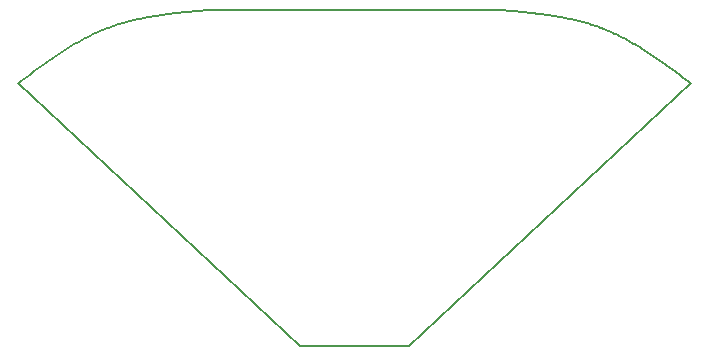
<source format=gbr>
G04 #@! TF.GenerationSoftware,KiCad,Pcbnew,(5.1.5)-3*
G04 #@! TF.CreationDate,2021-10-24T21:58:03+02:00*
G04 #@! TF.ProjectId,seg1,73656731-2e6b-4696-9361-645f70636258,1*
G04 #@! TF.SameCoordinates,Original*
G04 #@! TF.FileFunction,Profile,NP*
%FSLAX46Y46*%
G04 Gerber Fmt 4.6, Leading zero omitted, Abs format (unit mm)*
G04 Created by KiCad (PCBNEW (5.1.5)-3) date 2021-10-24 21:58:03*
%MOMM*%
%LPD*%
G04 APERTURE LIST*
%ADD10C,0.200000*%
G04 APERTURE END LIST*
D10*
X161523012Y-75214217D02*
X161374705Y-75158284D01*
X161374705Y-75158284D02*
X161227806Y-75104592D01*
X161227806Y-75104592D02*
X161079352Y-75052010D01*
X161079352Y-75052010D02*
X160930343Y-75000872D01*
X160930343Y-75000872D02*
X160779781Y-74950826D01*
X160779781Y-74950826D02*
X160626665Y-74901553D01*
X160626665Y-74901553D02*
X160474015Y-74854006D01*
X160474015Y-74854006D02*
X160308644Y-74804219D01*
X160308644Y-74804219D02*
X160151854Y-74758614D01*
X160151854Y-74758614D02*
X159990449Y-74713244D01*
X159990449Y-74713244D02*
X159826452Y-74668725D01*
X159826452Y-74668725D02*
X159661917Y-74625607D01*
X159661917Y-74625607D02*
X159498927Y-74584372D01*
X159498927Y-74584372D02*
X159331291Y-74543444D01*
X159331291Y-74543444D02*
X159165223Y-74504327D01*
X159165223Y-74504327D02*
X158998670Y-74466473D01*
X158998670Y-74466473D02*
X158831644Y-74429850D01*
X158831644Y-74429850D02*
X158664162Y-74394424D01*
X158664162Y-74394424D02*
X158494132Y-74359735D01*
X158494132Y-74359735D02*
X158313124Y-74324171D01*
X158313124Y-74324171D02*
X158141139Y-74291627D01*
X158141139Y-74291627D02*
X157964500Y-74259420D01*
X157964500Y-74259420D02*
X157786373Y-74228140D01*
X157786373Y-74228140D02*
X157607832Y-74197941D01*
X157607832Y-74197941D02*
X157428892Y-74168785D01*
X157428892Y-74168785D02*
X157255977Y-74141620D01*
X157255977Y-74141620D02*
X157081648Y-74115190D01*
X157081648Y-74115190D02*
X156901622Y-74088862D01*
X156901622Y-74088862D02*
X156718033Y-74062974D01*
X156718033Y-74062974D02*
X156528725Y-74037240D01*
X156528725Y-74037240D02*
X156347707Y-74013499D01*
X156347707Y-74013499D02*
X156166397Y-73990522D01*
X156166397Y-73990522D02*
X155976153Y-73967225D01*
X155976153Y-73967225D02*
X155794291Y-73945685D01*
X155794291Y-73945685D02*
X155612184Y-73924787D01*
X155612184Y-73924787D02*
X155429844Y-73904491D01*
X155429844Y-73904491D02*
X155240766Y-73884060D01*
X155240766Y-73884060D02*
X155055829Y-73864639D01*
X155055829Y-73864639D02*
X154868524Y-73845490D01*
X154868524Y-73845490D02*
X154681042Y-73826800D01*
X154681042Y-73826800D02*
X154489034Y-73808107D01*
X154489034Y-73808107D02*
X154292507Y-73789393D01*
X154292507Y-73789393D02*
X154098028Y-73771243D01*
X154098028Y-73771243D02*
X153912183Y-73754193D01*
X153912183Y-73754193D02*
X153697801Y-73734827D01*
X153697801Y-73734827D02*
X153470187Y-73714546D01*
X153470187Y-73714546D02*
X153286287Y-73698321D01*
X153286287Y-73698321D02*
X153071691Y-73679508D01*
X153071691Y-73679508D02*
X152848314Y-73660000D01*
X135932650Y-102141932D02*
X145185665Y-102141932D01*
X169041084Y-79876869D02*
X168914165Y-79781249D01*
X168914165Y-79781249D02*
X168778422Y-79679020D01*
X168778422Y-79679020D02*
X168660293Y-79590117D01*
X168660293Y-79590117D02*
X168510386Y-79477424D01*
X168510386Y-79477424D02*
X168385129Y-79383407D01*
X168385129Y-79383407D02*
X168268650Y-79296122D01*
X168268650Y-79296122D02*
X168145057Y-79203692D01*
X168145057Y-79203692D02*
X168021397Y-79111428D01*
X168021397Y-79111428D02*
X167901202Y-79021985D01*
X167901202Y-79021985D02*
X167777390Y-78930121D01*
X167777390Y-78930121D02*
X167660570Y-78843727D01*
X167660570Y-78843727D02*
X167540116Y-78754954D01*
X167540116Y-78754954D02*
X167423108Y-78669049D01*
X167423108Y-78669049D02*
X167295344Y-78575644D01*
X167295344Y-78575644D02*
X167167447Y-78482586D01*
X167167447Y-78482586D02*
X167050081Y-78397608D01*
X167050081Y-78397608D02*
X166929025Y-78310405D01*
X166929025Y-78310405D02*
X166809610Y-78224850D01*
X166809610Y-78224850D02*
X166686477Y-78137142D01*
X166686477Y-78137142D02*
X166557814Y-78046082D01*
X166557814Y-78046082D02*
X166436124Y-77960531D01*
X166436124Y-77960531D02*
X166314261Y-77875443D01*
X166314261Y-77875443D02*
X166185023Y-77785874D01*
X166185023Y-77785874D02*
X166064567Y-77703034D01*
X166064567Y-77703034D02*
X165939408Y-77617642D01*
X165939408Y-77617642D02*
X165817642Y-77535257D01*
X165817642Y-77535257D02*
X165694756Y-77452828D01*
X165694756Y-77452828D02*
X165573457Y-77372188D01*
X165573457Y-77372188D02*
X165448300Y-77289762D01*
X165448300Y-77289762D02*
X165319250Y-77205627D01*
X165319250Y-77205627D02*
X165195398Y-77125717D01*
X165195398Y-77125717D02*
X165069459Y-77045322D01*
X165069459Y-77045322D02*
X164945076Y-76966798D01*
X164945076Y-76966798D02*
X164820417Y-76888992D01*
X164820417Y-76888992D02*
X164695475Y-76811929D01*
X164695475Y-76811929D02*
X164564706Y-76732279D01*
X164564706Y-76732279D02*
X164437308Y-76655692D01*
X164437308Y-76655692D02*
X164309590Y-76579935D01*
X164309590Y-76579935D02*
X164182474Y-76505569D01*
X164182474Y-76505569D02*
X164053167Y-76431001D01*
X164053167Y-76431001D02*
X163925378Y-76358395D01*
X163925378Y-76358395D02*
X163789748Y-76282537D01*
X163789748Y-76282537D02*
X163656537Y-76209256D01*
X163656537Y-76209256D02*
X163524820Y-76138010D01*
X163524820Y-76138010D02*
X163392713Y-76067780D01*
X163392713Y-76067780D02*
X163256414Y-75996629D01*
X163256414Y-75996629D02*
X163123486Y-75928531D01*
X163123486Y-75928531D02*
X162987281Y-75860099D01*
X162987281Y-75860099D02*
X162852544Y-75793759D01*
X162852544Y-75793759D02*
X162704881Y-75722619D01*
X162704881Y-75722619D02*
X162568248Y-75658265D01*
X162568248Y-75658265D02*
X162426309Y-75592928D01*
X162426309Y-75592928D02*
X162285803Y-75529785D01*
X162285803Y-75529785D02*
X162145763Y-75468386D01*
X162145763Y-75468386D02*
X162005215Y-75408318D01*
X162005215Y-75408318D02*
X161863164Y-75349198D01*
X161863164Y-75349198D02*
X161716638Y-75289909D01*
X161716638Y-75289909D02*
X161569533Y-75232123D01*
X161569533Y-75232123D02*
X161523012Y-75214217D01*
X112077228Y-79876869D02*
X135932650Y-102141932D01*
X145185665Y-102141932D02*
X169041084Y-79876869D01*
X119595300Y-75214217D02*
X119441102Y-75274247D01*
X119441102Y-75274247D02*
X119293438Y-75333536D01*
X119293438Y-75333536D02*
X119136564Y-75398437D01*
X119136564Y-75398437D02*
X118988131Y-75461645D01*
X118988131Y-75461645D02*
X118846094Y-75523759D01*
X118846094Y-75523759D02*
X118704570Y-75587214D01*
X118704570Y-75587214D02*
X118567410Y-75650194D01*
X118567410Y-75650194D02*
X118421107Y-75718961D01*
X118421107Y-75718961D02*
X118282992Y-75785373D01*
X118282992Y-75785373D02*
X118137702Y-75856779D01*
X118137702Y-75856779D02*
X118000523Y-75925637D01*
X118000523Y-75925637D02*
X117865684Y-75994667D01*
X117865684Y-75994667D02*
X117733153Y-76063797D01*
X117733153Y-76063797D02*
X117599138Y-76134980D01*
X117599138Y-76134980D02*
X117469282Y-76205159D01*
X117469282Y-76205159D02*
X117337924Y-76277344D01*
X117337924Y-76277344D02*
X117207870Y-76349974D01*
X117207870Y-76349974D02*
X117080043Y-76422476D01*
X117080043Y-76422476D02*
X116947906Y-76498558D01*
X116947906Y-76498558D02*
X116814272Y-76576660D01*
X116814272Y-76576660D02*
X116682844Y-76654588D01*
X116682844Y-76654588D02*
X116555442Y-76731163D01*
X116555442Y-76731163D02*
X116422831Y-76811929D01*
X116422831Y-76811929D02*
X116297886Y-76888992D01*
X116297886Y-76888992D02*
X116172311Y-76967372D01*
X116172311Y-76967372D02*
X116026921Y-77059252D01*
X116026921Y-77059252D02*
X115902855Y-77138598D01*
X115902855Y-77138598D02*
X115779044Y-77218616D01*
X115779044Y-77218616D02*
X115655482Y-77299285D01*
X115655482Y-77299285D02*
X115532163Y-77380586D01*
X115532163Y-77380586D02*
X115409078Y-77462495D01*
X115409078Y-77462495D02*
X115278998Y-77549864D01*
X115278998Y-77549864D02*
X115158170Y-77631734D01*
X115158170Y-77631734D02*
X115033949Y-77716601D01*
X115033949Y-77716601D02*
X114911727Y-77800763D01*
X114911727Y-77800763D02*
X114775355Y-77895421D01*
X114775355Y-77895421D02*
X114653531Y-77980619D01*
X114653531Y-77980619D02*
X114531881Y-78066275D01*
X114531881Y-78066275D02*
X114410400Y-78152366D01*
X114410400Y-78152366D02*
X114289078Y-78238871D01*
X114289078Y-78238871D02*
X114160781Y-78330890D01*
X114160781Y-78330890D02*
X114036202Y-78420751D01*
X114036202Y-78420751D02*
X113908212Y-78513565D01*
X113908212Y-78513565D02*
X113789232Y-78600259D01*
X113789232Y-78600259D02*
X113666822Y-78689851D01*
X113666822Y-78689851D02*
X113549837Y-78775819D01*
X113549837Y-78775819D02*
X113425867Y-78867268D01*
X113425867Y-78867268D02*
X113298454Y-78961591D01*
X113298454Y-78961591D02*
X113171136Y-79056159D01*
X113171136Y-79056159D02*
X113054501Y-79143039D01*
X113054501Y-79143039D02*
X112934397Y-79232724D01*
X112934397Y-79232724D02*
X112817882Y-79319915D01*
X112817882Y-79319915D02*
X112690828Y-79415175D01*
X112690828Y-79415175D02*
X112563823Y-79510556D01*
X112563823Y-79510556D02*
X112436854Y-79606035D01*
X112436854Y-79606035D02*
X112288758Y-79717518D01*
X112288758Y-79717518D02*
X112174174Y-79803823D01*
X112174174Y-79803823D02*
X112077228Y-79876869D01*
X152848314Y-73660000D02*
X128270000Y-73660000D01*
X128270000Y-73660000D02*
X128050996Y-73679125D01*
X128050996Y-73679125D02*
X127858295Y-73696012D01*
X127858295Y-73696012D02*
X127663442Y-73713188D01*
X127663442Y-73713188D02*
X127473024Y-73730125D01*
X127473024Y-73730125D02*
X127284865Y-73747046D01*
X127284865Y-73747046D02*
X127088047Y-73764996D01*
X127088047Y-73764996D02*
X126898985Y-73782523D01*
X126898985Y-73782523D02*
X126710048Y-73800366D01*
X126710048Y-73800366D02*
X126511431Y-73819528D01*
X126511431Y-73819528D02*
X126326063Y-73837830D01*
X126326063Y-73837830D02*
X126143040Y-73856340D01*
X126143040Y-73856340D02*
X125952577Y-73876116D01*
X125952577Y-73876116D02*
X125766673Y-73895967D01*
X125766673Y-73895967D02*
X125566876Y-73917957D01*
X125566876Y-73917957D02*
X125376019Y-73939651D01*
X125376019Y-73939651D02*
X125194087Y-73961004D01*
X125194087Y-73961004D02*
X125014569Y-73982758D01*
X125014569Y-73982758D02*
X124822372Y-74006858D01*
X124822372Y-74006858D02*
X124641269Y-74030378D01*
X124641269Y-74030378D02*
X124443265Y-74057046D01*
X124443265Y-74057046D02*
X124254230Y-74083491D01*
X124254230Y-74083491D02*
X124065566Y-74110899D01*
X124065566Y-74110899D02*
X123885839Y-74138001D01*
X123885839Y-74138001D02*
X123712876Y-74165041D01*
X123712876Y-74165041D02*
X123536012Y-74193713D01*
X123536012Y-74193713D02*
X123359535Y-74223396D01*
X123359535Y-74223396D02*
X123185581Y-74253753D01*
X123185581Y-74253753D02*
X123009924Y-74285565D01*
X123009924Y-74285565D02*
X122841020Y-74317291D01*
X122841020Y-74317291D02*
X122670431Y-74350517D01*
X122670431Y-74350517D02*
X122496082Y-74385750D01*
X122496082Y-74385750D02*
X122328488Y-74420883D01*
X122328488Y-74420883D02*
X122151958Y-74459282D01*
X122151958Y-74459282D02*
X121988433Y-74496177D01*
X121988433Y-74496177D02*
X121811892Y-74537494D01*
X121811892Y-74537494D02*
X121648315Y-74577203D01*
X121648315Y-74577203D02*
X121487293Y-74617676D01*
X121487293Y-74617676D02*
X121326770Y-74659445D01*
X121326770Y-74659445D02*
X121168803Y-74701980D01*
X121168803Y-74701980D02*
X121005220Y-74747573D01*
X121005220Y-74747573D02*
X120844230Y-74794033D01*
X120844230Y-74794033D02*
X120689883Y-74840103D01*
X120689883Y-74840103D02*
X120525965Y-74890726D01*
X120525965Y-74890726D02*
X120370709Y-74940334D01*
X120370709Y-74940334D02*
X120218029Y-74990749D01*
X120218029Y-74990749D02*
X120067912Y-75041945D01*
X120067912Y-75041945D02*
X119918352Y-75094599D01*
X119918352Y-75094599D02*
X119771348Y-75148014D01*
X119771348Y-75148014D02*
X119617011Y-75205914D01*
X119617011Y-75205914D02*
X119595300Y-75214217D01*
M02*

</source>
